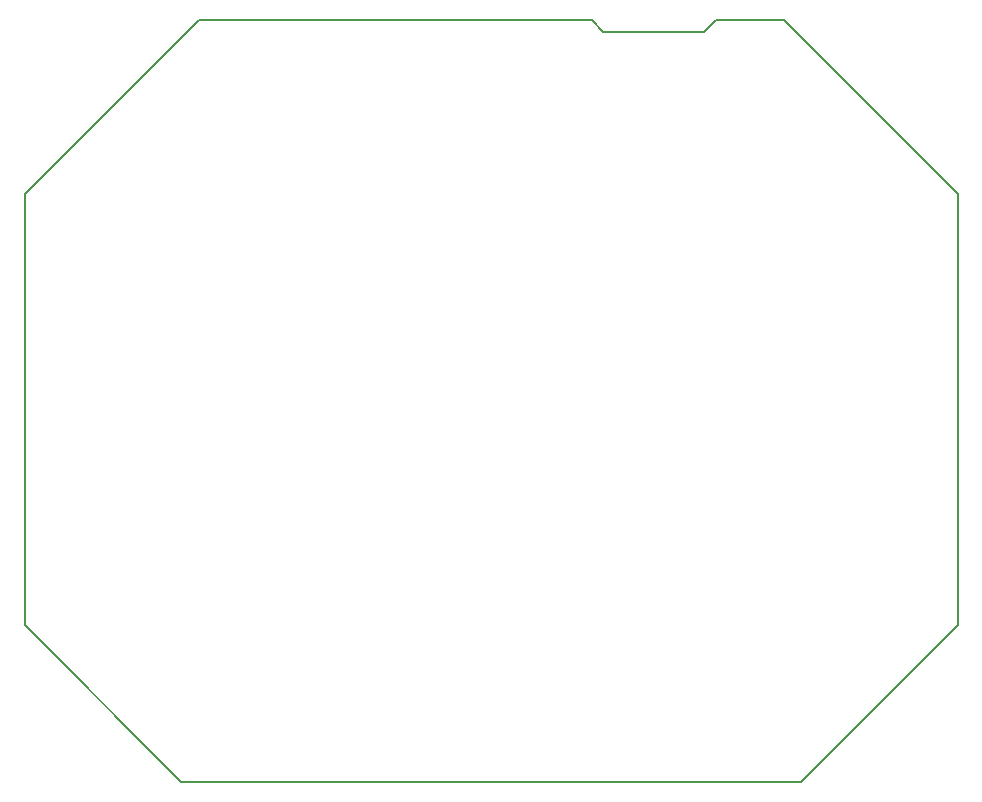
<source format=gko>
G04 Layer_Color=16711935*
%FSLAX44Y44*%
%MOMM*%
G71*
G01*
G75*
%ADD56C,0.2000*%
D56*
X395000Y-197500D02*
Y168000D01*
X248000Y315000D02*
X395000Y168000D01*
X-395000Y167500D02*
X-247500Y315000D01*
X85000D01*
X-395000Y-197500D02*
Y167500D01*
X190000Y315000D02*
X248000D01*
X180000Y305000D02*
X190000Y315000D01*
X95000Y305000D02*
X180000D01*
X85000Y315000D02*
X95000Y305000D01*
X262500Y-330000D02*
X395000Y-197500D01*
X-262500Y-330000D02*
X262500D01*
X-395000Y-197500D02*
X-262500Y-330000D01*
M02*

</source>
